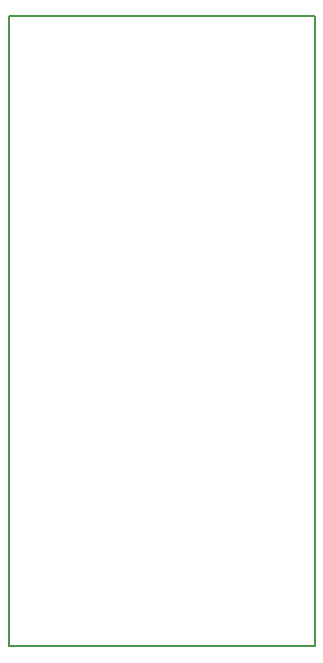
<source format=gbr>
G04 DipTrace Beta 2.9.0.1*
G04 BoardOutline.gbr*
%MOMM*%
G04 #@! TF.FileFunction,Profile*
G04 #@! TF.Part,Single*
%ADD11C,0.14*%
%FSLAX35Y35*%
G04*
G71*
G90*
G75*
G01*
G04 BoardOutline*
%LPD*%
X0Y5334000D2*
D11*
X2590800D1*
Y0D1*
X0D1*
Y5334000D1*
M02*

</source>
